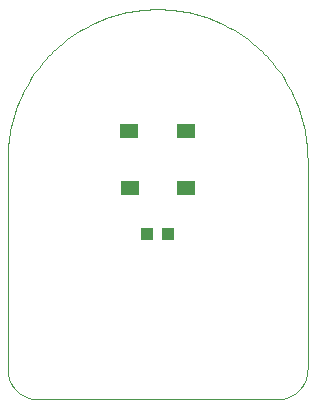
<source format=gtp>
G75*
%MOIN*%
%OFA0B0*%
%FSLAX25Y25*%
%IPPOS*%
%LPD*%
%AMOC8*
5,1,8,0,0,1.08239X$1,22.5*
%
%ADD10R,0.06102X0.04724*%
%ADD11R,0.04331X0.03937*%
%ADD12C,0.00000*%
D10*
X0047745Y0094557D03*
X0047351Y0113455D03*
X0066249Y0113455D03*
X0066249Y0094557D03*
D11*
X0060146Y0079006D03*
X0053454Y0079006D03*
D12*
X0016800Y0024006D02*
X0096800Y0024006D01*
X0097042Y0024009D01*
X0097283Y0024018D01*
X0097524Y0024032D01*
X0097765Y0024053D01*
X0098005Y0024079D01*
X0098245Y0024111D01*
X0098484Y0024149D01*
X0098721Y0024192D01*
X0098958Y0024242D01*
X0099193Y0024297D01*
X0099427Y0024357D01*
X0099659Y0024424D01*
X0099890Y0024495D01*
X0100119Y0024573D01*
X0100346Y0024656D01*
X0100571Y0024744D01*
X0100794Y0024838D01*
X0101014Y0024937D01*
X0101232Y0025042D01*
X0101447Y0025151D01*
X0101660Y0025266D01*
X0101870Y0025386D01*
X0102076Y0025511D01*
X0102280Y0025641D01*
X0102481Y0025776D01*
X0102678Y0025916D01*
X0102872Y0026060D01*
X0103062Y0026209D01*
X0103248Y0026363D01*
X0103431Y0026521D01*
X0103610Y0026683D01*
X0103785Y0026850D01*
X0103956Y0027021D01*
X0104123Y0027196D01*
X0104285Y0027375D01*
X0104443Y0027558D01*
X0104597Y0027744D01*
X0104746Y0027934D01*
X0104890Y0028128D01*
X0105030Y0028325D01*
X0105165Y0028526D01*
X0105295Y0028730D01*
X0105420Y0028936D01*
X0105540Y0029146D01*
X0105655Y0029359D01*
X0105764Y0029574D01*
X0105869Y0029792D01*
X0105968Y0030012D01*
X0106062Y0030235D01*
X0106150Y0030460D01*
X0106233Y0030687D01*
X0106311Y0030916D01*
X0106382Y0031147D01*
X0106449Y0031379D01*
X0106509Y0031613D01*
X0106564Y0031848D01*
X0106614Y0032085D01*
X0106657Y0032322D01*
X0106695Y0032561D01*
X0106727Y0032801D01*
X0106753Y0033041D01*
X0106774Y0033282D01*
X0106788Y0033523D01*
X0106797Y0033764D01*
X0106800Y0034006D01*
X0106800Y0104006D01*
X0106785Y0105224D01*
X0106741Y0106440D01*
X0106667Y0107656D01*
X0106563Y0108869D01*
X0106430Y0110079D01*
X0106267Y0111286D01*
X0106075Y0112488D01*
X0105854Y0113686D01*
X0105604Y0114878D01*
X0105325Y0116063D01*
X0105017Y0117241D01*
X0104680Y0118411D01*
X0104315Y0119573D01*
X0103922Y0120725D01*
X0103501Y0121868D01*
X0103052Y0122999D01*
X0102576Y0124120D01*
X0102072Y0125229D01*
X0101542Y0126325D01*
X0100985Y0127408D01*
X0100402Y0128477D01*
X0099794Y0129531D01*
X0099159Y0130571D01*
X0098500Y0131594D01*
X0097816Y0132602D01*
X0097107Y0133592D01*
X0096375Y0134565D01*
X0095619Y0135519D01*
X0094840Y0136455D01*
X0094039Y0137372D01*
X0093215Y0138269D01*
X0092370Y0139145D01*
X0091504Y0140001D01*
X0090617Y0140836D01*
X0089710Y0141648D01*
X0088784Y0142438D01*
X0087838Y0143206D01*
X0086875Y0143950D01*
X0085893Y0144670D01*
X0084894Y0145367D01*
X0083879Y0146039D01*
X0082847Y0146686D01*
X0081800Y0147307D01*
X0080738Y0147903D01*
X0079662Y0148473D01*
X0078573Y0149017D01*
X0077470Y0149533D01*
X0076355Y0150023D01*
X0075229Y0150486D01*
X0074092Y0150921D01*
X0072944Y0151328D01*
X0071787Y0151707D01*
X0070621Y0152058D01*
X0069447Y0152380D01*
X0068265Y0152674D01*
X0067076Y0152939D01*
X0065882Y0153174D01*
X0064682Y0153381D01*
X0063477Y0153558D01*
X0062269Y0153706D01*
X0061057Y0153824D01*
X0059842Y0153913D01*
X0058626Y0153973D01*
X0057409Y0154002D01*
X0056191Y0154002D01*
X0054974Y0153973D01*
X0053758Y0153913D01*
X0052543Y0153824D01*
X0051331Y0153706D01*
X0050123Y0153558D01*
X0048918Y0153381D01*
X0047718Y0153174D01*
X0046524Y0152939D01*
X0045335Y0152674D01*
X0044153Y0152380D01*
X0042979Y0152058D01*
X0041813Y0151707D01*
X0040656Y0151328D01*
X0039508Y0150921D01*
X0038371Y0150486D01*
X0037245Y0150023D01*
X0036130Y0149533D01*
X0035027Y0149017D01*
X0033938Y0148473D01*
X0032862Y0147903D01*
X0031800Y0147307D01*
X0030753Y0146686D01*
X0029721Y0146039D01*
X0028706Y0145367D01*
X0027707Y0144670D01*
X0026725Y0143950D01*
X0025762Y0143206D01*
X0024816Y0142438D01*
X0023890Y0141648D01*
X0022983Y0140836D01*
X0022096Y0140001D01*
X0021230Y0139145D01*
X0020385Y0138269D01*
X0019561Y0137372D01*
X0018760Y0136455D01*
X0017981Y0135519D01*
X0017225Y0134565D01*
X0016493Y0133592D01*
X0015784Y0132602D01*
X0015100Y0131594D01*
X0014441Y0130571D01*
X0013806Y0129531D01*
X0013198Y0128477D01*
X0012615Y0127408D01*
X0012058Y0126325D01*
X0011528Y0125229D01*
X0011024Y0124120D01*
X0010548Y0122999D01*
X0010099Y0121868D01*
X0009678Y0120725D01*
X0009285Y0119573D01*
X0008920Y0118411D01*
X0008583Y0117241D01*
X0008275Y0116063D01*
X0007996Y0114878D01*
X0007746Y0113686D01*
X0007525Y0112488D01*
X0007333Y0111286D01*
X0007170Y0110079D01*
X0007037Y0108869D01*
X0006933Y0107656D01*
X0006859Y0106440D01*
X0006815Y0105224D01*
X0006800Y0104006D01*
X0006800Y0034006D01*
X0006803Y0033764D01*
X0006812Y0033523D01*
X0006826Y0033282D01*
X0006847Y0033041D01*
X0006873Y0032801D01*
X0006905Y0032561D01*
X0006943Y0032322D01*
X0006986Y0032085D01*
X0007036Y0031848D01*
X0007091Y0031613D01*
X0007151Y0031379D01*
X0007218Y0031147D01*
X0007289Y0030916D01*
X0007367Y0030687D01*
X0007450Y0030460D01*
X0007538Y0030235D01*
X0007632Y0030012D01*
X0007731Y0029792D01*
X0007836Y0029574D01*
X0007945Y0029359D01*
X0008060Y0029146D01*
X0008180Y0028936D01*
X0008305Y0028730D01*
X0008435Y0028526D01*
X0008570Y0028325D01*
X0008710Y0028128D01*
X0008854Y0027934D01*
X0009003Y0027744D01*
X0009157Y0027558D01*
X0009315Y0027375D01*
X0009477Y0027196D01*
X0009644Y0027021D01*
X0009815Y0026850D01*
X0009990Y0026683D01*
X0010169Y0026521D01*
X0010352Y0026363D01*
X0010538Y0026209D01*
X0010728Y0026060D01*
X0010922Y0025916D01*
X0011119Y0025776D01*
X0011320Y0025641D01*
X0011524Y0025511D01*
X0011730Y0025386D01*
X0011940Y0025266D01*
X0012153Y0025151D01*
X0012368Y0025042D01*
X0012586Y0024937D01*
X0012806Y0024838D01*
X0013029Y0024744D01*
X0013254Y0024656D01*
X0013481Y0024573D01*
X0013710Y0024495D01*
X0013941Y0024424D01*
X0014173Y0024357D01*
X0014407Y0024297D01*
X0014642Y0024242D01*
X0014879Y0024192D01*
X0015116Y0024149D01*
X0015355Y0024111D01*
X0015595Y0024079D01*
X0015835Y0024053D01*
X0016076Y0024032D01*
X0016317Y0024018D01*
X0016558Y0024009D01*
X0016800Y0024006D01*
M02*

</source>
